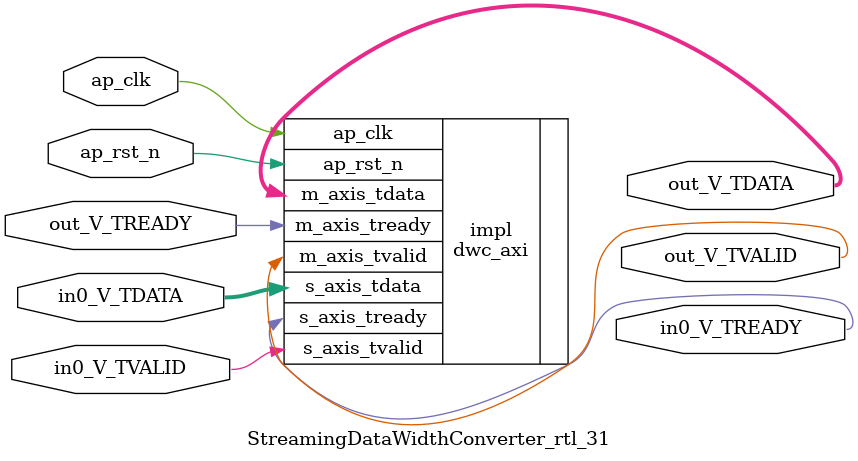
<source format=v>
/******************************************************************************
 * Copyright (C) 2023, Advanced Micro Devices, Inc.
 * All rights reserved.
 *
 * Redistribution and use in source and binary forms, with or without
 * modification, are permitted provided that the following conditions are met:
 *
 *  1. Redistributions of source code must retain the above copyright notice,
 *     this list of conditions and the following disclaimer.
 *
 *  2. Redistributions in binary form must reproduce the above copyright
 *     notice, this list of conditions and the following disclaimer in the
 *     documentation and/or other materials provided with the distribution.
 *
 *  3. Neither the name of the copyright holder nor the names of its
 *     contributors may be used to endorse or promote products derived from
 *     this software without specific prior written permission.
 *
 * THIS SOFTWARE IS PROVIDED BY THE COPYRIGHT HOLDERS AND CONTRIBUTORS "AS IS"
 * AND ANY EXPRESS OR IMPLIED WARRANTIES, INCLUDING, BUT NOT LIMITED TO,
 * THE IMPLIED WARRANTIES OF MERCHANTABILITY AND FITNESS FOR A PARTICULAR
 * PURPOSE ARE DISCLAIMED. IN NO EVENT SHALL THE COPYRIGHT HOLDER OR
 * CONTRIBUTORS BE LIABLE FOR ANY DIRECT, INDIRECT, INCIDENTAL, SPECIAL,
 * EXEMPLARY, OR CONSEQUENTIAL DAMAGES (INCLUDING, BUT NOT LIMITED TO,
 * PROCUREMENT OF SUBSTITUTE GOODS OR SERVICES; LOSS OF USE, DATA, OR PROFITS;
 * OR BUSINESS INTERRUPTION). HOWEVER CAUSED AND ON ANY THEORY OF LIABILITY,
 * WHETHER IN CONTRACT, STRICT LIABILITY, OR TORT (INCLUDING NEGLIGENCE OR
 * OTHERWISE) ARISING IN ANY WAY OUT OF THE USE OF THIS SOFTWARE, EVEN IF
 * ADVISED OF THE POSSIBILITY OF SUCH DAMAGE.
 *****************************************************************************/

module StreamingDataWidthConverter_rtl_31 #(
	parameter  IBITS = 16,
	parameter  OBITS = 256,

	parameter  AXI_IBITS = (IBITS+7)/8 * 8,
	parameter  AXI_OBITS = (OBITS+7)/8 * 8
)(
	//- Global Control ------------------
	(* X_INTERFACE_INFO = "xilinx.com:signal:clock:1.0 ap_clk CLK" *)
	(* X_INTERFACE_PARAMETER = "ASSOCIATED_BUSIF in0_V:out_V, ASSOCIATED_RESET ap_rst_n" *)
	input	ap_clk,
	(* X_INTERFACE_PARAMETER = "POLARITY ACTIVE_LOW" *)
	input	ap_rst_n,

	//- AXI Stream - Input --------------
	output	in0_V_TREADY,
	input	in0_V_TVALID,
	input	[AXI_IBITS-1:0]  in0_V_TDATA,

	//- AXI Stream - Output -------------
	input	out_V_TREADY,
	output	out_V_TVALID,
	output	[AXI_OBITS-1:0]  out_V_TDATA
);

	dwc_axi #(
		.IBITS(IBITS),
		.OBITS(OBITS)
	) impl (
		.ap_clk(ap_clk),
		.ap_rst_n(ap_rst_n),
		.s_axis_tready(in0_V_TREADY),
		.s_axis_tvalid(in0_V_TVALID),
		.s_axis_tdata(in0_V_TDATA),
		.m_axis_tready(out_V_TREADY),
		.m_axis_tvalid(out_V_TVALID),
		.m_axis_tdata(out_V_TDATA)
	);

endmodule

</source>
